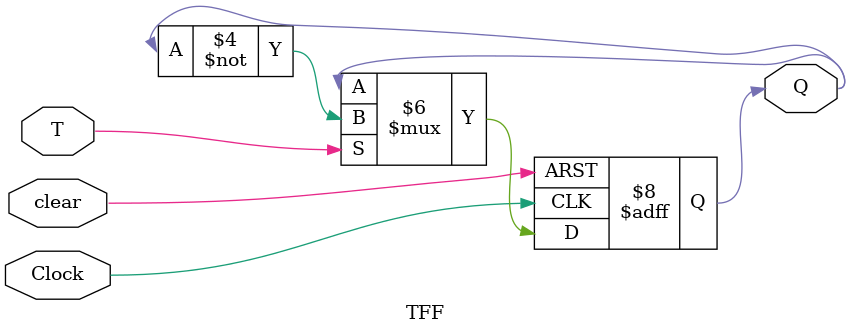
<source format=v>
module q4(Clock, clear, Q);
input Clock, clear;
output [3:0] Q;
TFF s0 (1'b1, Clock, clear, Q[0]);
TFF s1 (Q[0], Clock, clear, Q[1]);
TFF s2 (Q[0]&Q[1], Clock, clear, Q[2]);
TFF s3 (Q[0]&Q[1]&Q[2], Clock, clear, Q[3]);
endmodule 

module TFF(T,Clock,clear,Q);
input T,Clock,clear;
output reg Q;
always @(negedge Clock or negedge clear)
begin 
	if ( clear==0) Q<=0;
	else if ( T==1) Q<=~Q;
	else Q<=Q;
end
endmodule

</source>
